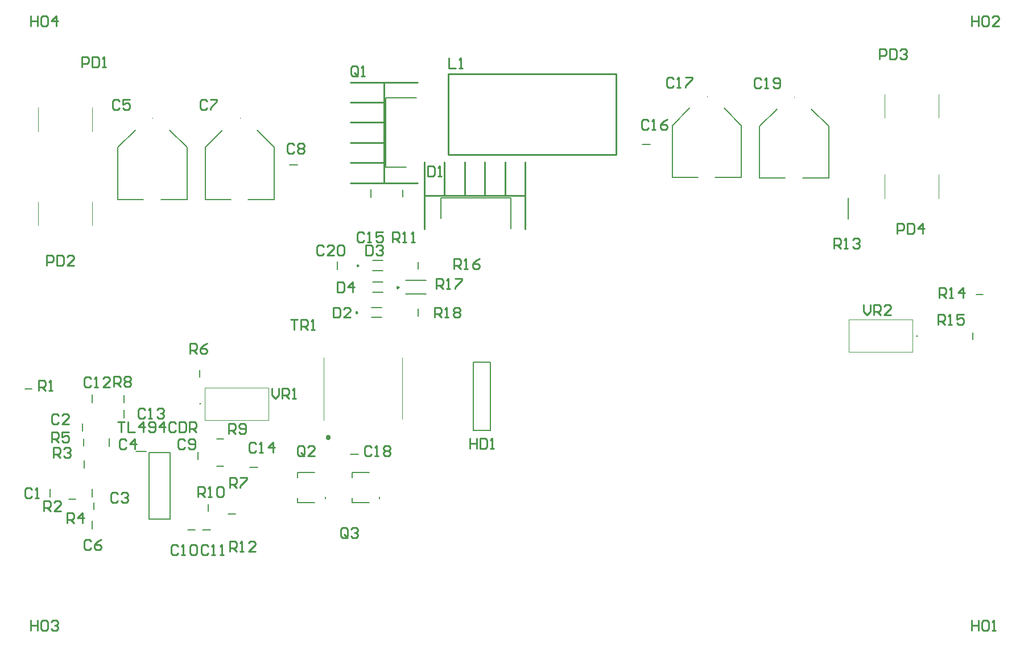
<source format=gto>
G04 Layer_Color=65535*
%FSAX23Y23*%
%MOIN*%
G70*
G01*
G75*
%ADD49C,0.008*%
%ADD50C,0.010*%
%ADD51C,0.028*%
%ADD52C,0.004*%
%ADD53C,0.010*%
G54D49*
X02121Y02655D02*
X02113D01*
X02121D01*
X02850Y02107D02*
Y02099D01*
Y02107D01*
X03168D02*
Y02099D01*
Y02107D01*
X06313Y03052D02*
X06321D01*
X06313D01*
X01090Y02743D02*
X01131D01*
X02164Y02024D02*
Y02065D01*
X03716Y02497D02*
X03816D01*
X03716D02*
Y02897D01*
X03816Y02497D02*
Y02897D01*
X03716D02*
X03816D01*
X02212Y02448D02*
X02253D01*
X02212Y02288D02*
X02253D01*
X02104Y02327D02*
Y02372D01*
X02114Y02811D02*
Y02852D01*
X01815Y02367D02*
X01941D01*
Y01977D02*
Y02367D01*
X01815Y01977D02*
X01941D01*
X01815D02*
Y02367D01*
X01741Y02374D02*
X01801D01*
X01671Y02573D02*
Y02618D01*
X02131Y01916D02*
X02176D01*
X02281Y02007D02*
X02322D01*
X02997Y02359D02*
X03042D01*
X02042Y01916D02*
X02088D01*
X02919Y03443D02*
Y03488D01*
X03528Y03741D02*
X03528Y03862D01*
X03937D01*
X03937Y03681D01*
X03126Y03495D02*
X03185D01*
X03126Y03436D02*
X03185D01*
X03126Y03308D02*
X03185D01*
X03126Y03367D02*
X03185D01*
X03121Y03220D02*
X03180D01*
X03121Y03161D02*
X03180D01*
X03392Y03169D02*
Y03211D01*
Y03445D02*
Y03486D01*
X03319Y03377D02*
X03441D01*
X03319Y03298D02*
X03441D01*
X02688Y02251D02*
X02787D01*
X02688Y02222D02*
Y02251D01*
Y02074D02*
Y02103D01*
Y02074D02*
X02787D01*
X03007Y02251D02*
X03105D01*
X03007Y02222D02*
Y02251D01*
Y02074D02*
Y02103D01*
Y02074D02*
X03105D01*
X01583Y02406D02*
Y02451D01*
X01484Y01923D02*
Y01969D01*
X01484Y02110D02*
Y02156D01*
X01494Y02034D02*
Y02075D01*
X01238Y02110D02*
Y02156D01*
X01346Y02094D02*
X01387D01*
X01425Y02494D02*
Y02539D01*
X01435Y02280D02*
Y02321D01*
X01433Y02408D02*
Y02449D01*
X03204Y04449D02*
X03384D01*
X03204Y04041D02*
Y04449D01*
Y04041D02*
X03323D01*
X02146Y03853D02*
Y04158D01*
X02247Y04259D01*
X02450D02*
X02551Y04158D01*
Y03853D02*
Y04158D01*
X02398Y03853D02*
X02551D01*
X02146D02*
X02295D01*
X02146D02*
Y03867D01*
X01634Y03853D02*
Y04158D01*
X01735Y04259D01*
X01938D02*
X02040Y04158D01*
Y03853D02*
Y04158D01*
X01886Y03853D02*
X02040D01*
X01634D02*
X01784D01*
X01634D02*
Y03867D01*
X05394Y03977D02*
Y04282D01*
X05495Y04383D01*
X05698D02*
X05799Y04282D01*
Y03977D02*
Y04282D01*
X05646Y03977D02*
X05799D01*
X05394D02*
X05543D01*
X05394D02*
Y03991D01*
X04882Y03981D02*
Y04286D01*
X04983Y04387D01*
X05186D02*
X05288Y04286D01*
Y03981D02*
Y04286D01*
X05134Y03981D02*
X05288D01*
X04882D02*
X05032D01*
X04882D02*
Y03995D01*
X04708Y04174D02*
X04753D01*
X01484Y02661D02*
Y02707D01*
X01669Y02663D02*
Y02705D01*
X02407Y02281D02*
X02452D01*
X05912Y03739D02*
Y03861D01*
X02641Y04056D02*
X02686D01*
X03303Y03868D02*
Y03910D01*
X03116Y03866D02*
Y03911D01*
X06662Y03295D02*
X06704D01*
X06644Y03032D02*
Y03073D01*
G54D50*
X03042Y03466D02*
X03035Y03470D01*
Y03461D01*
X03042Y03466D01*
X03279Y03338D02*
X03271Y03342D01*
Y03333D01*
X03279Y03338D01*
X03038Y03190D02*
X03030Y03194D01*
Y03186D01*
X03038Y03190D01*
G54D51*
X02868Y02456D02*
Y02460D01*
Y02456D01*
G54D52*
X02349Y04332D02*
Y04328D01*
Y04332D01*
X01837D02*
Y04328D01*
Y04332D01*
X05597Y04456D02*
Y04452D01*
Y04456D01*
X05085Y04460D02*
Y04456D01*
Y04460D01*
X02518Y02749D02*
X02518Y02559D01*
X02143Y02749D02*
X02518D01*
X02143D02*
X02143Y02559D01*
X02518D01*
X03299Y02566D02*
Y02926D01*
X02839Y02560D02*
Y02926D01*
X05915Y03148D02*
X05915Y02957D01*
X06291D01*
X06291Y03148D02*
X06291Y02957D01*
X05915Y03148D02*
X06291D01*
X01167Y03702D02*
Y03840D01*
X01482Y03702D02*
Y03840D01*
X01167Y04253D02*
Y04391D01*
X01482Y04253D02*
Y04391D01*
X06128Y04332D02*
Y04470D01*
X06443Y04332D02*
Y04470D01*
X06128Y03859D02*
Y03997D01*
X06443Y03859D02*
Y03997D01*
G54D53*
X03429Y03875D02*
X04020D01*
X03429Y03678D02*
Y04072D01*
X04020Y03678D02*
Y04072D01*
X03547Y03875D02*
Y04072D01*
X03666Y03875D02*
Y04072D01*
X03784Y03875D02*
X03784Y04072D01*
X03902Y03875D02*
Y04072D01*
X02996Y04422D02*
X03193D01*
X02996Y04304D02*
X03193Y04304D01*
X02996Y04186D02*
X03193D01*
X02996Y04068D02*
X03193D01*
X02996Y04540D02*
X03390D01*
X02996Y03949D02*
X03390D01*
X03193Y03949D02*
Y04540D01*
X03569Y04588D02*
X04553D01*
X03569Y04115D02*
X04553D01*
X03569D02*
Y04588D01*
X04553Y04115D02*
Y04588D01*
X06002Y03234D02*
Y03194D01*
X06022Y03174D01*
X06042Y03194D01*
Y03234D01*
X06062Y03174D02*
Y03234D01*
X06092D01*
X06102Y03224D01*
Y03204D01*
X06092Y03194D01*
X06062D01*
X06082D02*
X06102Y03174D01*
X06162D02*
X06122D01*
X06162Y03214D01*
Y03224D01*
X06152Y03234D01*
X06132D01*
X06122Y03224D01*
X02538Y02744D02*
Y02704D01*
X02558Y02684D01*
X02578Y02704D01*
Y02744D01*
X02598Y02684D02*
Y02744D01*
X02628D01*
X02638Y02734D01*
Y02714D01*
X02628Y02704D01*
X02598D01*
X02618D02*
X02638Y02684D01*
X02658D02*
X02678D01*
X02668D01*
Y02744D01*
X02658Y02734D01*
X02646Y03148D02*
X02686D01*
X02666D01*
Y03088D01*
X02706D02*
Y03148D01*
X02736D01*
X02746Y03138D01*
Y03118D01*
X02736Y03108D01*
X02706D01*
X02726D02*
X02746Y03088D01*
X02766D02*
X02786D01*
X02776D01*
Y03148D01*
X02766Y03138D01*
X01632Y02547D02*
X01672D01*
X01652D01*
Y02487D01*
X01692Y02547D02*
Y02487D01*
X01732D01*
X01782D02*
Y02547D01*
X01752Y02517D01*
X01792D01*
X01812Y02497D02*
X01822Y02487D01*
X01842D01*
X01852Y02497D01*
Y02537D01*
X01842Y02547D01*
X01822D01*
X01812Y02537D01*
Y02527D01*
X01822Y02517D01*
X01852D01*
X01902Y02487D02*
Y02547D01*
X01872Y02517D01*
X01912D01*
X01972Y02537D02*
X01962Y02547D01*
X01942D01*
X01932Y02537D01*
Y02497D01*
X01942Y02487D01*
X01962D01*
X01972Y02497D01*
X01992Y02547D02*
Y02487D01*
X02022D01*
X02032Y02497D01*
Y02537D01*
X02022Y02547D01*
X01992D01*
X02052Y02487D02*
Y02547D01*
X02082D01*
X02092Y02537D01*
Y02517D01*
X02082Y02507D01*
X02052D01*
X02072D02*
X02092Y02487D01*
X03490Y03161D02*
Y03220D01*
X03520D01*
X03530Y03210D01*
Y03191D01*
X03520Y03181D01*
X03490D01*
X03510D02*
X03530Y03161D01*
X03550D02*
X03570D01*
X03560D01*
Y03220D01*
X03550Y03210D01*
X03600D02*
X03610Y03220D01*
X03630D01*
X03640Y03210D01*
Y03200D01*
X03630Y03191D01*
X03640Y03181D01*
Y03171D01*
X03630Y03161D01*
X03610D01*
X03600Y03171D01*
Y03181D01*
X03610Y03191D01*
X03600Y03200D01*
Y03210D01*
X03610Y03191D02*
X03630D01*
X03500Y03328D02*
Y03388D01*
X03530D01*
X03540Y03378D01*
Y03358D01*
X03530Y03348D01*
X03500D01*
X03520D02*
X03540Y03328D01*
X03560D02*
X03580D01*
X03570D01*
Y03388D01*
X03560Y03378D01*
X03610Y03388D02*
X03650D01*
Y03378D01*
X03610Y03338D01*
Y03328D01*
X03604Y03446D02*
Y03506D01*
X03634D01*
X03644Y03496D01*
Y03476D01*
X03634Y03466D01*
X03604D01*
X03624D02*
X03644Y03446D01*
X03664D02*
X03684D01*
X03674D01*
Y03506D01*
X03664Y03496D01*
X03754Y03506D02*
X03734Y03496D01*
X03714Y03476D01*
Y03456D01*
X03724Y03446D01*
X03744D01*
X03754Y03456D01*
Y03466D01*
X03744Y03476D01*
X03714D01*
X06439Y03119D02*
Y03179D01*
X06469D01*
X06479Y03169D01*
Y03149D01*
X06469Y03139D01*
X06439D01*
X06459D02*
X06479Y03119D01*
X06499D02*
X06519D01*
X06509D01*
Y03179D01*
X06499Y03169D01*
X06589Y03179D02*
X06549D01*
Y03149D01*
X06569Y03159D01*
X06579D01*
X06589Y03149D01*
Y03129D01*
X06579Y03119D01*
X06559D01*
X06549Y03129D01*
X06447Y03275D02*
Y03335D01*
X06477D01*
X06487Y03325D01*
Y03305D01*
X06477Y03295D01*
X06447D01*
X06467D02*
X06487Y03275D01*
X06507D02*
X06527D01*
X06517D01*
Y03335D01*
X06507Y03325D01*
X06587Y03275D02*
Y03335D01*
X06557Y03305D01*
X06597D01*
X05831Y03564D02*
Y03624D01*
X05861D01*
X05871Y03614D01*
Y03594D01*
X05861Y03584D01*
X05831D01*
X05851D02*
X05871Y03564D01*
X05891D02*
X05911D01*
X05901D01*
Y03624D01*
X05891Y03614D01*
X05941D02*
X05951Y03624D01*
X05971D01*
X05981Y03614D01*
Y03604D01*
X05971Y03594D01*
X05961D01*
X05971D01*
X05981Y03584D01*
Y03574D01*
X05971Y03564D01*
X05951D01*
X05941Y03574D01*
X02291Y01788D02*
Y01848D01*
X02321D01*
X02331Y01838D01*
Y01818D01*
X02321Y01808D01*
X02291D01*
X02311D02*
X02331Y01788D01*
X02351D02*
X02371D01*
X02361D01*
Y01848D01*
X02351Y01838D01*
X02441Y01788D02*
X02401D01*
X02441Y01828D01*
Y01838D01*
X02431Y01848D01*
X02411D01*
X02401Y01838D01*
X03244Y03603D02*
Y03663D01*
X03274D01*
X03284Y03653D01*
Y03633D01*
X03274Y03623D01*
X03244D01*
X03264D02*
X03284Y03603D01*
X03304D02*
X03324D01*
X03314D01*
Y03663D01*
X03304Y03653D01*
X03354Y03603D02*
X03374D01*
X03364D01*
Y03663D01*
X03354Y03653D01*
X02104Y02107D02*
Y02167D01*
X02134D01*
X02144Y02157D01*
Y02137D01*
X02134Y02127D01*
X02104D01*
X02124D02*
X02144Y02107D01*
X02164D02*
X02184D01*
X02174D01*
Y02167D01*
X02164Y02157D01*
X02214D02*
X02224Y02167D01*
X02244D01*
X02254Y02157D01*
Y02117D01*
X02244Y02107D01*
X02224D01*
X02214Y02117D01*
Y02157D01*
X02282Y02477D02*
Y02537D01*
X02312D01*
X02322Y02527D01*
Y02507D01*
X02312Y02497D01*
X02282D01*
X02302D02*
X02322Y02477D01*
X02342Y02487D02*
X02352Y02477D01*
X02372D01*
X02382Y02487D01*
Y02527D01*
X02372Y02537D01*
X02352D01*
X02342Y02527D01*
Y02517D01*
X02352Y02507D01*
X02382D01*
X01611Y02755D02*
Y02815D01*
X01641D01*
X01651Y02805D01*
Y02785D01*
X01641Y02775D01*
X01611D01*
X01631D02*
X01651Y02755D01*
X01671Y02805D02*
X01681Y02815D01*
X01701D01*
X01711Y02805D01*
Y02795D01*
X01701Y02785D01*
X01711Y02775D01*
Y02765D01*
X01701Y02755D01*
X01681D01*
X01671Y02765D01*
Y02775D01*
X01681Y02785D01*
X01671Y02795D01*
Y02805D01*
X01681Y02785D02*
X01701D01*
X02291Y02162D02*
Y02222D01*
X02321D01*
X02331Y02212D01*
Y02192D01*
X02321Y02182D01*
X02291D01*
X02311D02*
X02331Y02162D01*
X02351Y02222D02*
X02391D01*
Y02212D01*
X02351Y02172D01*
Y02162D01*
X02055Y02950D02*
Y03010D01*
X02085D01*
X02095Y03000D01*
Y02980D01*
X02085Y02970D01*
X02055D01*
X02075D02*
X02095Y02950D01*
X02155Y03010D02*
X02135Y03000D01*
X02115Y02980D01*
Y02960D01*
X02125Y02950D01*
X02145D01*
X02155Y02960D01*
Y02970D01*
X02145Y02980D01*
X02115D01*
X01248Y02428D02*
Y02488D01*
X01278D01*
X01288Y02478D01*
Y02458D01*
X01278Y02448D01*
X01248D01*
X01268D02*
X01288Y02428D01*
X01348Y02488D02*
X01308D01*
Y02458D01*
X01328Y02468D01*
X01338D01*
X01348Y02458D01*
Y02438D01*
X01338Y02428D01*
X01318D01*
X01308Y02438D01*
X01337Y01956D02*
Y02016D01*
X01367D01*
X01377Y02006D01*
Y01986D01*
X01367Y01976D01*
X01337D01*
X01357D02*
X01377Y01956D01*
X01427D02*
Y02016D01*
X01397Y01986D01*
X01437D01*
X01258Y02340D02*
Y02400D01*
X01288D01*
X01298Y02390D01*
Y02370D01*
X01288Y02360D01*
X01258D01*
X01278D02*
X01298Y02340D01*
X01318Y02390D02*
X01328Y02400D01*
X01348D01*
X01358Y02390D01*
Y02380D01*
X01348Y02370D01*
X01338D01*
X01348D01*
X01358Y02360D01*
Y02350D01*
X01348Y02340D01*
X01328D01*
X01318Y02350D01*
X01199Y02025D02*
Y02085D01*
X01229D01*
X01239Y02075D01*
Y02055D01*
X01229Y02045D01*
X01199D01*
X01219D02*
X01239Y02025D01*
X01299D02*
X01259D01*
X01299Y02065D01*
Y02075D01*
X01289Y02085D01*
X01269D01*
X01259Y02075D01*
X01169Y02733D02*
Y02793D01*
X01199D01*
X01209Y02783D01*
Y02763D01*
X01199Y02753D01*
X01169D01*
X01189D02*
X01209Y02733D01*
X01229D02*
X01249D01*
X01239D01*
Y02793D01*
X01229Y02783D01*
X02981Y01877D02*
Y01917D01*
X02971Y01927D01*
X02951D01*
X02941Y01917D01*
Y01877D01*
X02951Y01867D01*
X02971D01*
X02961Y01887D02*
X02981Y01867D01*
X02971D02*
X02981Y01877D01*
X03001Y01917D02*
X03011Y01927D01*
X03031D01*
X03041Y01917D01*
Y01907D01*
X03031Y01897D01*
X03021D01*
X03031D01*
X03041Y01887D01*
Y01877D01*
X03031Y01867D01*
X03011D01*
X03001Y01877D01*
X02725Y02359D02*
Y02399D01*
X02715Y02409D01*
X02695D01*
X02685Y02399D01*
Y02359D01*
X02695Y02349D01*
X02715D01*
X02705Y02369D02*
X02725Y02349D01*
X02715D02*
X02725Y02359D01*
X02785Y02349D02*
X02745D01*
X02785Y02389D01*
Y02399D01*
X02775Y02409D01*
X02755D01*
X02745Y02399D01*
X03041Y04585D02*
Y04625D01*
X03031Y04635D01*
X03011D01*
X03001Y04625D01*
Y04585D01*
X03011Y04575D01*
X03031D01*
X03021Y04595D02*
X03041Y04575D01*
X03031D02*
X03041Y04585D01*
X03061Y04575D02*
X03081D01*
X03071D01*
Y04635D01*
X03061Y04625D01*
X06199Y03651D02*
Y03711D01*
X06229D01*
X06239Y03701D01*
Y03681D01*
X06229Y03671D01*
X06199D01*
X06259Y03711D02*
Y03651D01*
X06289D01*
X06299Y03661D01*
Y03701D01*
X06289Y03711D01*
X06259D01*
X06349Y03651D02*
Y03711D01*
X06319Y03681D01*
X06359D01*
X06097Y04676D02*
Y04736D01*
X06127D01*
X06137Y04726D01*
Y04706D01*
X06127Y04696D01*
X06097D01*
X06157Y04736D02*
Y04676D01*
X06187D01*
X06197Y04686D01*
Y04726D01*
X06187Y04736D01*
X06157D01*
X06217Y04726D02*
X06227Y04736D01*
X06247D01*
X06257Y04726D01*
Y04716D01*
X06247Y04706D01*
X06237D01*
X06247D01*
X06257Y04696D01*
Y04686D01*
X06247Y04676D01*
X06227D01*
X06217Y04686D01*
X03574Y04683D02*
Y04623D01*
X03614D01*
X03634D02*
X03654D01*
X03644D01*
Y04683D01*
X03634Y04673D01*
X01124Y04928D02*
Y04868D01*
Y04898D01*
X01164D01*
Y04928D01*
Y04868D01*
X01214Y04928D02*
X01194D01*
X01184Y04918D01*
Y04878D01*
X01194Y04868D01*
X01214D01*
X01224Y04878D01*
Y04918D01*
X01214Y04928D01*
X01274Y04868D02*
Y04928D01*
X01244Y04898D01*
X01284D01*
X01124Y01384D02*
Y01324D01*
Y01354D01*
X01164D01*
Y01384D01*
Y01324D01*
X01214Y01384D02*
X01194D01*
X01184Y01374D01*
Y01334D01*
X01194Y01324D01*
X01214D01*
X01224Y01334D01*
Y01374D01*
X01214Y01384D01*
X01244Y01374D02*
X01254Y01384D01*
X01274D01*
X01284Y01374D01*
Y01364D01*
X01274Y01354D01*
X01264D01*
X01274D01*
X01284Y01344D01*
Y01334D01*
X01274Y01324D01*
X01254D01*
X01244Y01334D01*
X06636Y04928D02*
Y04868D01*
Y04898D01*
X06676D01*
Y04928D01*
Y04868D01*
X06726Y04928D02*
X06706D01*
X06696Y04918D01*
Y04878D01*
X06706Y04868D01*
X06726D01*
X06736Y04878D01*
Y04918D01*
X06726Y04928D01*
X06796Y04868D02*
X06756D01*
X06796Y04908D01*
Y04918D01*
X06786Y04928D01*
X06766D01*
X06756Y04918D01*
X06636Y01384D02*
Y01324D01*
Y01354D01*
X06676D01*
Y01384D01*
Y01324D01*
X06726Y01384D02*
X06706D01*
X06696Y01374D01*
Y01334D01*
X06706Y01324D01*
X06726D01*
X06736Y01334D01*
Y01374D01*
X06726Y01384D01*
X06756Y01324D02*
X06776D01*
X06766D01*
Y01384D01*
X06756Y01374D01*
X03697Y02451D02*
Y02391D01*
Y02421D01*
X03737D01*
Y02451D01*
Y02391D01*
X03757Y02451D02*
Y02391D01*
X03787D01*
X03797Y02401D01*
Y02441D01*
X03787Y02451D01*
X03757D01*
X03817Y02391D02*
X03837D01*
X03827D01*
Y02451D01*
X03817Y02441D01*
X02919Y03368D02*
Y03308D01*
X02949D01*
X02959Y03318D01*
Y03358D01*
X02949Y03368D01*
X02919D01*
X03009Y03308D02*
Y03368D01*
X02979Y03338D01*
X03019D01*
X03087Y03585D02*
Y03525D01*
X03117D01*
X03127Y03535D01*
Y03575D01*
X03117Y03585D01*
X03087D01*
X03147Y03575D02*
X03157Y03585D01*
X03177D01*
X03187Y03575D01*
Y03565D01*
X03177Y03555D01*
X03167D01*
X03177D01*
X03187Y03545D01*
Y03535D01*
X03177Y03525D01*
X03157D01*
X03147Y03535D01*
X02895Y03220D02*
Y03161D01*
X02925D01*
X02935Y03171D01*
Y03210D01*
X02925Y03220D01*
X02895D01*
X02995Y03161D02*
X02955D01*
X02995Y03200D01*
Y03210D01*
X02985Y03220D01*
X02965D01*
X02955Y03210D01*
X03451Y04047D02*
Y03987D01*
X03481D01*
X03491Y03997D01*
Y04037D01*
X03481Y04047D01*
X03451D01*
X03511Y03987D02*
X03531D01*
X03521D01*
Y04047D01*
X03511Y04037D01*
X02841Y03575D02*
X02831Y03585D01*
X02811D01*
X02801Y03575D01*
Y03535D01*
X02811Y03525D01*
X02831D01*
X02841Y03535D01*
X02901Y03525D02*
X02861D01*
X02901Y03565D01*
Y03575D01*
X02891Y03585D01*
X02871D01*
X02861Y03575D01*
X02921D02*
X02931Y03585D01*
X02951D01*
X02961Y03575D01*
Y03535D01*
X02951Y03525D01*
X02931D01*
X02921Y03535D01*
Y03575D01*
X05403Y04554D02*
X05393Y04564D01*
X05373D01*
X05363Y04554D01*
Y04514D01*
X05373Y04504D01*
X05393D01*
X05403Y04514D01*
X05423Y04504D02*
X05443D01*
X05433D01*
Y04564D01*
X05423Y04554D01*
X05473Y04514D02*
X05483Y04504D01*
X05503D01*
X05513Y04514D01*
Y04554D01*
X05503Y04564D01*
X05483D01*
X05473Y04554D01*
Y04544D01*
X05483Y04534D01*
X05513D01*
X03119Y02399D02*
X03109Y02409D01*
X03089D01*
X03079Y02399D01*
Y02359D01*
X03089Y02349D01*
X03109D01*
X03119Y02359D01*
X03139Y02349D02*
X03159D01*
X03149D01*
Y02409D01*
X03139Y02399D01*
X03189D02*
X03199Y02409D01*
X03219D01*
X03229Y02399D01*
Y02389D01*
X03219Y02379D01*
X03229Y02369D01*
Y02359D01*
X03219Y02349D01*
X03199D01*
X03189Y02359D01*
Y02369D01*
X03199Y02379D01*
X03189Y02389D01*
Y02399D01*
X03199Y02379D02*
X03219D01*
X04891Y04558D02*
X04881Y04568D01*
X04861D01*
X04851Y04558D01*
Y04518D01*
X04861Y04508D01*
X04881D01*
X04891Y04518D01*
X04911Y04508D02*
X04931D01*
X04921D01*
Y04568D01*
X04911Y04558D01*
X04961Y04568D02*
X05001D01*
Y04558D01*
X04961Y04518D01*
Y04508D01*
X04744Y04313D02*
X04734Y04323D01*
X04714D01*
X04704Y04313D01*
Y04273D01*
X04714Y04263D01*
X04734D01*
X04744Y04273D01*
X04764Y04263D02*
X04784D01*
X04774D01*
Y04323D01*
X04764Y04313D01*
X04854Y04323D02*
X04834Y04313D01*
X04814Y04293D01*
Y04273D01*
X04824Y04263D01*
X04844D01*
X04854Y04273D01*
Y04283D01*
X04844Y04293D01*
X04814D01*
X03078Y03653D02*
X03068Y03663D01*
X03048D01*
X03038Y03653D01*
Y03613D01*
X03048Y03603D01*
X03068D01*
X03078Y03613D01*
X03098Y03603D02*
X03118D01*
X03108D01*
Y03663D01*
X03098Y03653D01*
X03188Y03663D02*
X03148D01*
Y03633D01*
X03168Y03643D01*
X03178D01*
X03188Y03633D01*
Y03613D01*
X03178Y03603D01*
X03158D01*
X03148Y03613D01*
X02443Y02419D02*
X02433Y02429D01*
X02413D01*
X02403Y02419D01*
Y02379D01*
X02413Y02369D01*
X02433D01*
X02443Y02379D01*
X02463Y02369D02*
X02483D01*
X02473D01*
Y02429D01*
X02463Y02419D01*
X02543Y02369D02*
Y02429D01*
X02513Y02399D01*
X02553D01*
X01794Y02618D02*
X01784Y02628D01*
X01764D01*
X01754Y02618D01*
Y02578D01*
X01764Y02568D01*
X01784D01*
X01794Y02578D01*
X01814Y02568D02*
X01834D01*
X01824D01*
Y02628D01*
X01814Y02618D01*
X01864D02*
X01874Y02628D01*
X01894D01*
X01904Y02618D01*
Y02608D01*
X01894Y02598D01*
X01884D01*
X01894D01*
X01904Y02588D01*
Y02578D01*
X01894Y02568D01*
X01874D01*
X01864Y02578D01*
X01476Y02801D02*
X01466Y02811D01*
X01446D01*
X01436Y02801D01*
Y02761D01*
X01446Y02751D01*
X01466D01*
X01476Y02761D01*
X01496Y02751D02*
X01516D01*
X01506D01*
Y02811D01*
X01496Y02801D01*
X01586Y02751D02*
X01546D01*
X01586Y02791D01*
Y02801D01*
X01576Y02811D01*
X01556D01*
X01546Y02801D01*
X02164Y01819D02*
X02154Y01829D01*
X02134D01*
X02124Y01819D01*
Y01779D01*
X02134Y01769D01*
X02154D01*
X02164Y01779D01*
X02184Y01769D02*
X02204D01*
X02194D01*
Y01829D01*
X02184Y01819D01*
X02234Y01769D02*
X02254D01*
X02244D01*
Y01829D01*
X02234Y01819D01*
X01987D02*
X01977Y01829D01*
X01957D01*
X01947Y01819D01*
Y01779D01*
X01957Y01769D01*
X01977D01*
X01987Y01779D01*
X02007Y01769D02*
X02027D01*
X02017D01*
Y01829D01*
X02007Y01819D01*
X02057D02*
X02067Y01829D01*
X02087D01*
X02097Y01819D01*
Y01779D01*
X02087Y01769D01*
X02067D01*
X02057Y01779D01*
Y01819D01*
X02026Y02439D02*
X02016Y02449D01*
X01996D01*
X01986Y02439D01*
Y02399D01*
X01996Y02389D01*
X02016D01*
X02026Y02399D01*
X02046D02*
X02056Y02389D01*
X02076D01*
X02086Y02399D01*
Y02439D01*
X02076Y02449D01*
X02056D01*
X02046Y02439D01*
Y02429D01*
X02056Y02419D01*
X02086D01*
X02668Y04173D02*
X02658Y04183D01*
X02638D01*
X02628Y04173D01*
Y04133D01*
X02638Y04123D01*
X02658D01*
X02668Y04133D01*
X02688Y04173D02*
X02698Y04183D01*
X02718D01*
X02728Y04173D01*
Y04163D01*
X02718Y04153D01*
X02728Y04143D01*
Y04133D01*
X02718Y04123D01*
X02698D01*
X02688Y04133D01*
Y04143D01*
X02698Y04153D01*
X02688Y04163D01*
Y04173D01*
X02698Y04153D02*
X02718D01*
X02155Y04430D02*
X02145Y04440D01*
X02125D01*
X02115Y04430D01*
Y04390D01*
X02125Y04380D01*
X02145D01*
X02155Y04390D01*
X02175Y04440D02*
X02214D01*
Y04430D01*
X02175Y04390D01*
Y04380D01*
X01475Y01848D02*
X01465Y01858D01*
X01445D01*
X01435Y01848D01*
Y01808D01*
X01445Y01798D01*
X01465D01*
X01475Y01808D01*
X01535Y01858D02*
X01515Y01848D01*
X01495Y01828D01*
Y01808D01*
X01505Y01798D01*
X01525D01*
X01535Y01808D01*
Y01818D01*
X01525Y01828D01*
X01495D01*
X01643Y04430D02*
X01633Y04440D01*
X01613D01*
X01603Y04430D01*
Y04390D01*
X01613Y04380D01*
X01633D01*
X01643Y04390D01*
X01703Y04440D02*
X01663D01*
Y04410D01*
X01683Y04420D01*
X01693D01*
X01703Y04410D01*
Y04390D01*
X01693Y04380D01*
X01673D01*
X01663Y04390D01*
X01682Y02439D02*
X01672Y02449D01*
X01652D01*
X01642Y02439D01*
Y02399D01*
X01652Y02389D01*
X01672D01*
X01682Y02399D01*
X01732Y02389D02*
Y02449D01*
X01702Y02419D01*
X01742D01*
X01633Y02124D02*
X01623Y02134D01*
X01603D01*
X01593Y02124D01*
Y02084D01*
X01603Y02074D01*
X01623D01*
X01633Y02084D01*
X01653Y02124D02*
X01663Y02134D01*
X01683D01*
X01693Y02124D01*
Y02114D01*
X01683Y02104D01*
X01673D01*
X01683D01*
X01693Y02094D01*
Y02084D01*
X01683Y02074D01*
X01663D01*
X01653Y02084D01*
X01288Y02586D02*
X01278Y02596D01*
X01258D01*
X01248Y02586D01*
Y02546D01*
X01258Y02536D01*
X01278D01*
X01288Y02546D01*
X01348Y02536D02*
X01308D01*
X01348Y02576D01*
Y02586D01*
X01338Y02596D01*
X01318D01*
X01308Y02586D01*
X01131Y02153D02*
X01121Y02163D01*
X01101D01*
X01091Y02153D01*
Y02113D01*
X01101Y02103D01*
X01121D01*
X01131Y02113D01*
X01151Y02103D02*
X01171D01*
X01161D01*
Y02163D01*
X01151Y02153D01*
X01215Y03466D02*
Y03526D01*
X01245D01*
X01255Y03516D01*
Y03496D01*
X01245Y03486D01*
X01215D01*
X01275Y03526D02*
Y03466D01*
X01305D01*
X01315Y03476D01*
Y03516D01*
X01305Y03526D01*
X01275D01*
X01375Y03466D02*
X01335D01*
X01375Y03506D01*
Y03516D01*
X01365Y03526D01*
X01345D01*
X01335Y03516D01*
X01423Y04627D02*
Y04687D01*
X01453D01*
X01463Y04677D01*
Y04657D01*
X01453Y04647D01*
X01423D01*
X01483Y04687D02*
Y04627D01*
X01513D01*
X01523Y04637D01*
Y04677D01*
X01513Y04687D01*
X01483D01*
X01543Y04627D02*
X01563D01*
X01553D01*
Y04687D01*
X01543Y04677D01*
M02*

</source>
